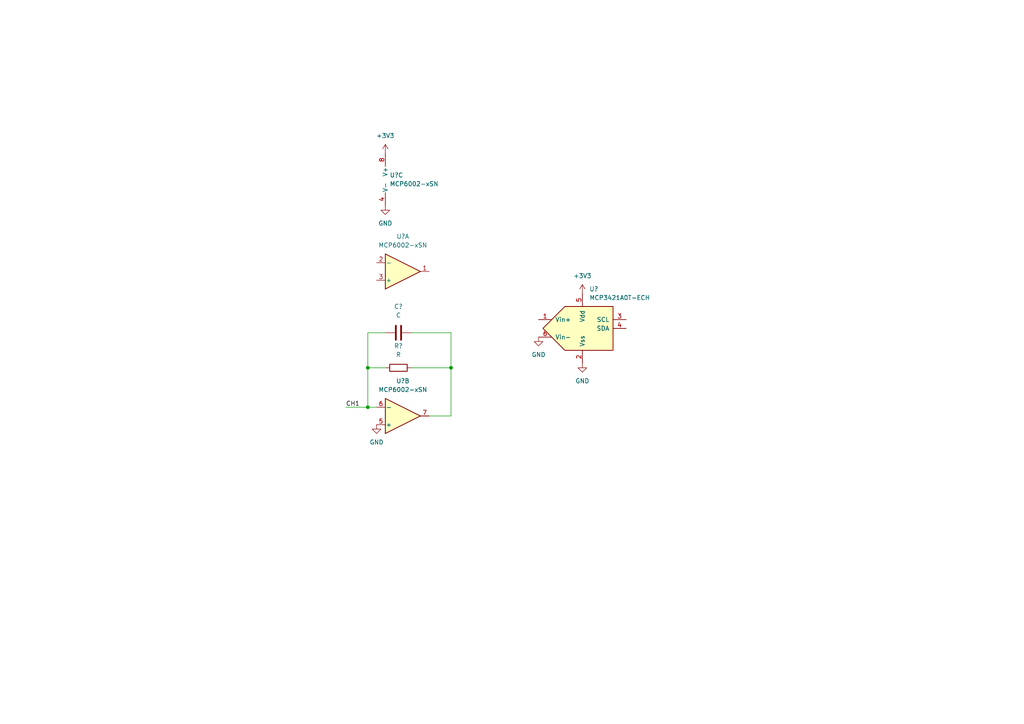
<source format=kicad_sch>
(kicad_sch (version 20211123) (generator eeschema)
  (paper "A4")
  (lib_symbols
    (symbol "Amplifier_Operational:MCP6002-xSN" (pin_names (offset 0.127))
      (property "Reference" "U" (at 0 5.08 0))
      (property "Value" "MCP6002-xSN" (at 0 -5.08 0))
      (symbol "MCP6002-xSN_1_1"
        (polyline (pts (xy -5.08 5.08) (xy 5.08 0) (xy -5.08 -5.08) (xy -5.08 5.08)) (stroke (width 0.254)) (fill (type background)))
        (pin output line (at 7.62 0 180) (length 2.54) (name "~") (number "1"))
        (pin input line (at -7.62 -2.54 0) (length 2.54) (name "-") (number "2"))
        (pin input line (at -7.62 2.54 0) (length 2.54) (name "+") (number "3"))
      )
      (symbol "MCP6002-xSN_2_1"
        (polyline (pts (xy -5.08 5.08) (xy 5.08 0) (xy -5.08 -5.08) (xy -5.08 5.08)) (stroke (width 0.254)) (fill (type background)))
        (pin input line (at -7.62 2.54 0) (length 2.54) (name "+") (number "5"))
        (pin input line (at -7.62 -2.54 0) (length 2.54) (name "-") (number "6"))
        (pin output line (at 7.62 0 180) (length 2.54) (name "~") (number "7"))
      )
      (symbol "MCP6002-xSN_3_1"
        (pin power_in line (at -2.54 -7.62 90) (length 3.81) (name "V-") (number "4"))
        (pin power_in line (at -2.54 7.62 270) (length 3.81) (name "V+") (number "8"))
      )
    )
    (symbol "Analog_ADC:MCP3421A0T-ECH" (pin_names (offset 1.016))
      (property "Reference" "U" (at -10.16 7.62 0))
      (property "Value" "MCP3421A0T-ECH" (at 2.54 7.62 0))
      (symbol "MCP3421A0T-ECH_0_1"
        (polyline (pts (xy -5.08 6.35) (xy 8.89 6.35) (xy 8.89 0) (xy 8.89 -6.35) (xy -5.08 -6.35) (xy -11.43 0) (xy -5.08 6.35)) (stroke (width 0.254)) (fill (type background)))
      )
      (symbol "MCP3421A0T-ECH_1_1"
        (pin passive line (at -12.7 2.54 0) (length 3.81) (name "Vin+") (number "1"))
        (pin power_in line (at 0 -10.16 90) (length 3.81) (name "Vss") (number "2"))
        (pin input line (at 12.7 2.54 180) (length 3.81) (name "SCL") (number "3"))
        (pin bidirectional line (at 12.7 0 180) (length 3.81) (name "SDA") (number "4"))
        (pin power_in line (at 0 10.16 270) (length 3.81) (name "Vdd") (number "5"))
        (pin passive line (at -12.7 -2.54 0) (length 3.81) (name "Vin-") (number "6"))
      )
    )
    (symbol "Device:C" (pin_numbers hide) (pin_names (offset 0.254))
      (property "Reference" "C" (at 0.635 2.54 0))
      (property "Value" "C" (at 0.635 -2.54 0))
      (symbol "C_0_1"
        (polyline (pts (xy -2.032 -0.762) (xy 2.032 -0.762)) (stroke (width 0.508)))
        (polyline (pts (xy -2.032 0.762) (xy 2.032 0.762)) (stroke (width 0.508)))
      )
      (symbol "C_1_1"
        (pin passive line (at 0 3.81 270) (length 2.794) (name "~") (number "1"))
        (pin passive line (at 0 -3.81 90) (length 2.794) (name "~") (number "2"))
      )
    )
    (symbol "Device:R" (pin_numbers hide) (pin_names (offset 0))
      (property "Reference" "R" (at 2.032 0 90))
      (property "Value" "R" (at 0 0 90))
      (symbol "R_0_1"
        (rectangle (start -1.016 -2.54) (end 1.016 2.54) (stroke (width 0.254)))
      )
      (symbol "R_1_1"
        (pin passive line (at 0 3.81 270) (length 1.27) (name "~") (number "1"))
        (pin passive line (at 0 -3.81 90) (length 1.27) (name "~") (number "2"))
      )
    )
    (symbol "power:+3.3V" (power) (pin_names (offset 0))
      (property "Value" "+3.3V" (at 0 3.556 0))
      (symbol "+3.3V_0_1"
        (polyline (pts (xy -0.762 1.27) (xy 0 2.54)))
        (polyline (pts (xy 0 0) (xy 0 2.54)))
        (polyline (pts (xy 0 2.54) (xy 0.762 1.27)))
      )
      (symbol "+3.3V_1_1"
        (pin power_in line (at 0 0 90) (length 0) hide (name "+3V3") (number "1"))
      )
    )
    (symbol "power:GND" (power) (pin_names (offset 0))
      (property "Value" "GND" (at 0 -3.81 0))
      (symbol "GND_0_1"
        (polyline (pts (xy 0 0) (xy 0 -1.27) (xy 1.27 -1.27) (xy 0 -2.54) (xy -1.27 -1.27) (xy 0 -1.27)))
      )
      (symbol "GND_1_1"
        (pin power_in line (at 0 0 270) (length 0) hide (name "GND") (number "1"))
      )
    )
  )
  (junction (at 106.68 106.68))
  (junction (at 130.81 106.68))
  (junction (at 106.68 118.11))
  (wire (pts (xy 119.38 106.68) (xy 130.81 106.68)))
  (wire (pts (xy 106.68 106.68) (xy 106.68 118.11)))
  (wire (pts (xy 100.33 118.11) (xy 106.68 118.11)))
  (wire (pts (xy 106.68 106.68) (xy 111.76 106.68)))
  (wire (pts (xy 111.76 96.52) (xy 106.68 96.52)))
  (wire (pts (xy 124.46 120.65) (xy 130.81 120.65)))
  (wire (pts (xy 106.68 96.52) (xy 106.68 106.68)))
  (wire (pts (xy 119.38 96.52) (xy 130.81 96.52)))
  (wire (pts (xy 130.81 120.65) (xy 130.81 106.68)))
  (wire (pts (xy 130.81 106.68) (xy 130.81 96.52)))
  (wire (pts (xy 106.68 118.11) (xy 109.22 118.11)))
  (label "CH1" (at 100.33 118.11 0))
  (symbol (lib_id "power:GND") (at 168.91 105.41 0) (unit 1)
    (property "Reference" "#PWR?" (effects hide))
    (property "Value" "GND" (at 168.91 110.49 0))
  )
  (symbol (lib_id "power:+3.3V") (at 111.76 44.45 0) (unit 1)
    (property "Reference" "#PWR?" (effects hide))
    (property "Value" "+3.3V" (at 111.76 39.37 0))
  )
  (symbol (lib_id "Amplifier_Operational:MCP6002-xSN") (at 114.3 52.07 0) (unit 3)
    (property "Reference" "U?" (at 113.03 50.7999 0) (effects (justify left)))
    (property "Value" "MCP6002-xSN" (at 113.03 53.3399 0) (effects (justify left)))
    (property "Datasheet" "http://ww1.microchip.com/downloads/en/DeviceDoc/21733j.pdf" (effects hide))
  )
  (symbol (lib_id "Device:C") (at 115.57 96.52 90) (unit 1)
    (property "Reference" "C?" (at 115.57 88.9 90))
    (property "Value" "C" (at 115.57 91.44 90))
  )
  (symbol (lib_id "power:+3.3V") (at 168.91 85.09 0) (unit 1)
    (property "Reference" "#PWR?" (effects hide))
    (property "Value" "+3.3V" (at 168.91 80.01 0))
  )
  (symbol (lib_id "power:GND") (at 109.22 123.19 0) (unit 1)
    (property "Reference" "#PWR?" (effects hide))
    (property "Value" "GND" (at 109.22 128.27 0))
  )
  (symbol (lib_id "Amplifier_Operational:MCP6002-xSN") (at 116.84 120.65 0) (mirror x) (unit 2)
    (property "Reference" "U?" (at 116.84 110.49 0))
    (property "Value" "MCP6002-xSN" (at 116.84 113.03 0))
    (property "Datasheet" "http://ww1.microchip.com/downloads/en/DeviceDoc/21733j.pdf" (effects hide))
  )
  (symbol (lib_id "power:GND") (at 156.21 97.79 0) (unit 1)
    (property "Reference" "#PWR?" (effects hide))
    (property "Value" "GND" (at 156.21 102.87 0))
  )
  (symbol (lib_id "Device:R") (at 115.57 106.68 90) (unit 1)
    (property "Reference" "R?" (at 115.57 100.33 90))
    (property "Value" "R" (at 115.57 102.87 90))
  )
  (symbol (lib_id "power:GND") (at 111.76 59.69 0) (unit 1)
    (property "Reference" "#PWR?" (effects hide))
    (property "Value" "GND" (at 111.76 64.77 0))
  )
  (symbol (lib_id "Analog_ADC:MCP3421A0T-ECH") (at 168.91 95.25 0) (unit 1)
    (property "Reference" "U?" (at 170.9294 83.82 0) (effects (justify left)))
    (property "Value" "MCP3421A0T-ECH" (at 170.9294 86.36 0) (effects (justify left)))
    (property "Datasheet" "http://ww1.microchip.com/downloads/en/DeviceDoc/22003e.pdf" (effects hide))
  )
  (symbol (lib_id "Amplifier_Operational:MCP6002-xSN") (at 116.84 78.74 0) (mirror x) (unit 1)
    (property "Reference" "U?" (at 116.84 68.58 0))
    (property "Value" "MCP6002-xSN" (at 116.84 71.12 0))
    (property "Datasheet" "http://ww1.microchip.com/downloads/en/DeviceDoc/21733j.pdf" (effects hide))
  )
)
</source>
